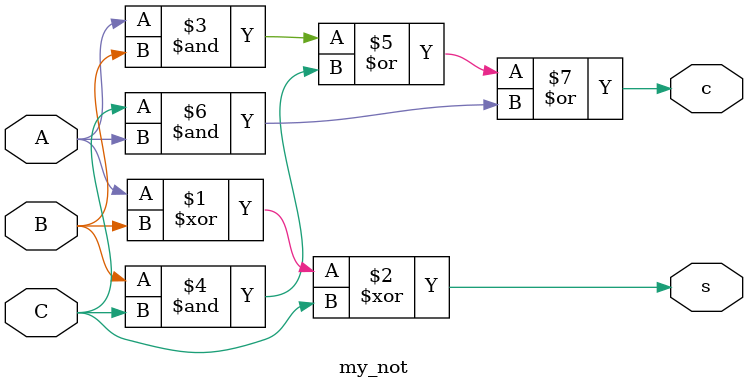
<source format=v>
module my_not(A,B,C,s,c);

input A,B,C;
output s,c;

assign s = A ^ B ^ C;
assign c = (A&B) | (B&C) | (C&A);

endmodule
</source>
